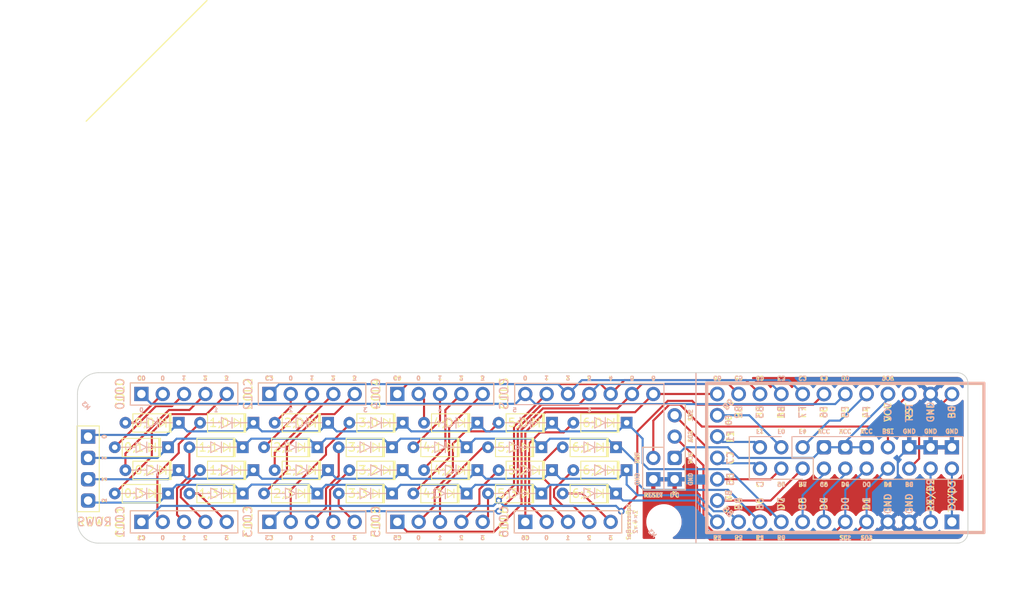
<source format=kicad_pcb>
(kicad_pcb (version 20211014) (generator pcbnew)
  (layers (0 "F.Cu" signal) (31 "B.Cu" signal) (34 "B.Paste" user) (35 "F.Paste" user) (36 "B.SilkS" user "B.Silkscreen") (37 "F.SilkS" user "F.Silkscreen") (38 "B.Mask" user) (39 "F.Mask" user) (44 "Edge.Cuts" user))
  (net 0 "")
  (net 1 "/r0")
  (net 2 "Net-(0;0-Pad2)")
  (net 3 "/r1")
  (net 4 "Net-(0;1-Pad2)")
  (net 5 "Net-(0;2-Pad2)")
  (net 6 "Net-(0;3-Pad2)")
  (net 7 "Net-(1;0-Pad2)")
  (net 8 "Net-(1;1-Pad2)")
  (net 9 "Net-(1;2-Pad2)")
  (net 10 "/r2")
  (net 11 "Net-(1;3-Pad2)")
  (net 12 "Net-(2;0-Pad2)")
  (net 13 "Net-(2;1-Pad2)")
  (net 14 "Net-(2;2-Pad2)")
  (net 15 "Net-(2;3-Pad2)")
  (net 16 "Net-(3;0-Pad2)")
  (net 17 "/r3")
  (net 18 "Net-(3;1-Pad2)")
  (net 19 "Net-(3;2-Pad2)")
  (net 20 "Net-(3;3-Pad2)")
  (net 21 "/c0")
  (net 22 "/c1")
  (net 23 "/c2")
  (net 24 "/c3")
  (net 25 "/c4")
  (net 26 "Net-(4;0-Pad2)")
  (net 27 "Net-(4;1-Pad2)")
  (net 28 "Net-(4;2-Pad2)")
  (net 29 "Net-(4;3-Pad2)")
  (net 30 "/c5")
  (net 31 "Net-(5;0-Pad2)")
  (net 32 "Net-(5;1-Pad2)")
  (net 33 "Net-(5;2-Pad2)")
  (net 34 "Net-(5;3-Pad2)")
  (net 35 "/c6")
  (net 36 "Net-(6;0-Pad2)")
  (net 37 "Net-(6;1-Pad2)")
  (net 38 "Net-(6;2-Pad2)")
  (net 39 "Net-(6;3-Pad2)")
  (net 40 "/gnd")
  (net 41 "/pd3")
  (net 42 "/pb0")
  (net 43 "/rst")
  (net 44 "/vcc")
  (net 45 "/pf4")
  (net 46 "/pd4")
  (net 47 "/pc6")
  (net 48 "/sda")
  (net 49 "/pd2")
  (net 50 "/scl")
  (net 51 "/pb7")
  (net 52 "/pd5")
  (net 53 "/pc7")
  (net 54 "/pf1")
  (net 55 "/pf0")
  (footprint "Library:PinHeader_Col_1x05_P2.54mm_Vertical" (layer "F.Cu") (at 81.28 76.2 90)
    (fp_text reference "COL6")
    (fp_text value "COL6" hide)
  )
  (footprint "Library:Diode" (layer "F.Cu") (at 92.075 72.813285 -90)
    (fp_text reference "6;3")
    (fp_text value "D")
  )
  (footprint "Library:Diode" (layer "F.Cu") (at 48.895 64.389 -90)
    (fp_text reference "1;0")
    (fp_text value "D")
  )
  (footprint "Library:Diode" (layer "F.Cu") (at 84.455 70.036228 -90)
    (fp_text reference "5;2")
    (fp_text value "D")
  )
  (footprint "Library:PinHeader_Col_1x05_P2.54mm_Vertical" (layer "F.Cu") (at 35.56 76.2 90)
    (fp_text reference "COL1")
    (fp_text value "COL1" hide)
  )
  (footprint "Library:Diode" (layer "F.Cu") (at 47.625 67.31 -90)
    (fp_text reference "1;1")
    (fp_text value "D")
  )
  (footprint "Library:Diode" (layer "F.Cu") (at 83.185 67.31 -90)
    (fp_text reference "5;1")
    (fp_text value "D")
  )
  (footprint "Library:Diode" (layer "F.Cu") (at 57.785 70.036228 -90)
    (fp_text reference "2;2")
    (fp_text value "D")
  )
  (footprint "Library:PinHeader_Col_1x05_P2.54mm_Vertical" (layer "F.Cu") (at 50.8 60.96 90)
    (fp_text reference "COL2")
    (fp_text value "COL2" hide)
  )
  (footprint "Library:Diode" (layer "F.Cu") (at 92.075 67.31 -90)
    (fp_text reference "6;1")
    (fp_text value "D")
  )
  (footprint "Library:PinSocket_2x10_P2.54mm_Bespoke" (layer "F.Cu") (at 132.08 69.85 -90)
    (fp_text reference "J2" hide)
    (fp_text value "Conn_02x08_Counter_Clockwise" hide)
  )
  (footprint "Library:Diode" (layer "F.Cu") (at 57.785 64.389 -90)
    (fp_text reference "2;0")
    (fp_text value "D")
  )
  (footprint "Library:Diode" (layer "F.Cu") (at 47.625 72.813285 -90)
    (fp_text reference "1;3")
    (fp_text value "D")
  )
  (footprint "Library:Diode" (layer "F.Cu") (at 38.735 67.31 -90)
    (fp_text reference "0;1")
    (fp_text value "D")
  )
  (footprint "Library:Diode" (layer "F.Cu") (at 48.895 70.036228 -90)
    (fp_text reference "1;2")
    (fp_text value "D")
  )
  (footprint "Library:PinHeader_Col_1x05_P2.54mm_Vertical" (layer "F.Cu") (at 66.04 76.2 90)
    (fp_text reference "COL5")
    (fp_text value "COL5" hide)
  )
  (footprint "Library:Diode" (layer "F.Cu") (at 56.515 67.31 -90)
    (fp_text reference "2;1")
    (fp_text value "D")
  )
  (footprint "Library:Diode" (layer "F.Cu") (at 93.345 70.036228 -90)
    (fp_text reference "6;2")
    (fp_text value "D")
  )
  (footprint "Library:Diode" (layer "F.Cu") (at 74.295 67.31 -90)
    (fp_text reference "4;1")
    (fp_text value "D")
  )
  (footprint "Library:Diode" (layer "F.Cu") (at 75.565 70.036228 -90)
    (fp_text reference "4;2")
    (fp_text value "D")
  )
  (footprint "Library:Diode" (layer "F.Cu") (at 65.405 72.813285 -90)
    (fp_text reference "3;3")
    (fp_text value "D")
  )
  (footprint "Library:Diode" (layer "F.Cu") (at 38.735 72.813285 -90)
    (fp_text reference "0;3")
    (fp_text value "D")
  )
  (footprint "Library:Diode" (layer "F.Cu") (at 56.515 72.813285 -90)
    (fp_text reference "2;3")
    (fp_text value "D")
  )
  (footprint "Library:PinHeader_Col_1x05_P2.54mm_Vertical" (layer "F.Cu") (at 35.56 60.96 90)
    (fp_text reference "COL0")
    (fp_text value "COL0" hide)
  )
  (footprint "Library:Diode" (layer "F.Cu") (at 40.005 64.389 -90)
    (fp_text reference "0;0")
    (fp_text value "D")
  )
  (footprint "Library:Diode" (layer "F.Cu") (at 75.565 64.389 -90)
    (fp_text reference "4;0")
    (fp_text value "D")
  )
  (footprint "Library:PinHeader_Col_1x05_P2.54mm_Vertical" (layer "F.Cu") (at 50.8 76.2 90)
    (fp_text reference "COL3")
    (fp_text value "COL3" hide)
  )
  (footprint "MountingHole:MountingHole_3.2mm_M3_DIN965" (layer "F.Cu") (at 97.79 76.2)
    (fp_text reference "H2" hide)
    (fp_text value "MountingHole")
  )
  (footprint "Library:Diode" (layer "F.Cu") (at 74.295 72.813285 -90)
    (fp_text reference "4;3")
    (fp_text value "D")
  )
  (footprint "Library:Diode" (layer "F.Cu") (at 40.005 70.036228 -90)
    (fp_text reference "0;2")
    (fp_text value "D")
  )
  (footprint "MountingHole:MountingHole_3.2mm_M3_DIN965" (layer "F.Cu") (at 30.48 60.96)
    (fp_text reference "H4" hide)
    (fp_text value "MountingHole" hide)
  )
  (footprint "Library:PinHeader_RST_1x02_P2.54mm_Vertical" (layer "F.Cu") (at 96.52 71.12 180)
    (fp_text reference "J1" hide)
    (fp_text value "RESET")
  )
  (footprint "Library:PinHeader_COLS_1x07_P2.54mm_Vertical" (layer "F.Cu") (at 81.28 60.96 90)
    (fp_text reference "COLUMNS1" hide)
    (fp_text value "PINSOCKET" hide)
  )
  (footprint "Library:Diode" (layer "F.Cu") (at 84.455 64.389 -90)
    (fp_text reference "5;0")
    (fp_text value "D")
  )
  (footprint "Library:Diode" (layer "F.Cu") (at 93.345 64.389 -90)
    (fp_text reference "6;0")
    (fp_text value "D")
  )
  (footprint "Library:Diode" (layer "F.Cu") (at 66.675 64.389 -90)
    (fp_text reference "3;0")
    (fp_text value "D")
  )
  (footprint "Library:Diode" (layer "F.Cu") (at 65.405 67.31 -90)
    (fp_text reference "3;1")
    (fp_text value "D")
  )
  (footprint "Library:PinHeader_Col_1x05_P2.54mm_Vertical" (layer "F.Cu") (at 66.04 60.96 90)
    (fp_text reference "COL4")
    (fp_text value "COL4" hide)
  )
  (footprint "Library:Diode" (layer "F.Cu") (at 66.675 70.036228 -90)
    (fp_text reference "3;2")
    (fp_text value "D")
  )
  (footprint "Library:PinSocket_1x04_P2.54mm_Vertical_LongPads" (layer "F.Cu") (at 29.21 66.04)
    (fp_text reference "ROWS2" hide)
    (fp_text value "PINSOCKET" hide)
  )
  (footprint "Library:Diode" (layer "F.Cu") (at 83.185 72.813285 -90)
    (fp_text reference "5;3")
    (fp_text value "D")
  )
  (footprint "3dmodels:Elite-C" (layer "B.Cu") (at 118.11 68.58 180)
    (fp_text reference "U1" hide)
    (fp_text value "Elite-C" hide)
  )
  (footprint "Library:PinHeader_I2C_1x04_P2.54mm_Vertical" (layer "B.Cu") (at 99.06 71.12)
    (fp_text reference "J3" hide)
    (fp_text value "I2C" hide)
  )
  (gr_line (start 101.6 58.42) (end 101.6 78.74) (layer "B.SilkS") (width 0.15))
  (gr_line (start 28.989248 28.444184) (end 43.357658 14.075774) (layer "F.SilkS") (width 0.15))
  (gr_line (start 133.985 77.47) (end 133.985 59.69) (layer "Edge.Cuts") (width 0.1))
  (gr_line (start 30.48 78.74) (end 132.715 78.74) (layer "Edge.Cuts") (width 0.1))
  (gr_line (start 132.715 58.42) (end 30.48 58.42) (layer "Edge.Cuts") (width 0.1))
  (gr_line (start 27.94 60.96) (end 27.94 76.2) (layer "Edge.Cuts") (width 0.1))
  (gr_arc (start 133.985 77.47) (mid 133.613026 78.368026) (end 132.715 78.74) (layer "Edge.Cuts") (width 0.1))
  (gr_arc (start 132.715 58.42) (mid 133.613026 58.791974) (end 133.985 59.69) (layer "Edge.Cuts") (width 0.1))
  (gr_arc (start 30.48 78.74) (mid 28.683949 77.996051) (end 27.94 76.2) (layer "Edge.Cuts") (width 0.1))
  (gr_arc (start 27.94 60.96) (mid 28.683949 59.163949) (end 30.48 58.42) (layer "Edge.Cuts") (width 0.1))
  (gr_text "RST" (at 94.615 68.58 90) (layer "B.SilkS") (effects (font (size 0.5 0.5) (thickness 0.125)) (justify mirror)))
  (gr_text "1" (at 55.870433 59.035106 -180) (layer "B.SilkS") (effects (font (size 0.5 0.5) (thickness 0.125)) (justify mirror)))
  (gr_text "2" (at 43.160314 59.035106 -180) (layer "B.SilkS") (effects (font (size 0.5 0.5) (thickness 0.125)) (justify mirror)))
  (gr_text "C3" (at 111.76 59.055 180) (layer "B.SilkS") (effects (font (size 0.5 0.5) (thickness 0.125)) (justify mirror)))
  (gr_text "C6" (at 81.28 78.105) (layer "B.SilkS") (effects (font (size 0.5 0.5) (thickness 0.125)) (justify mirror)))
  (gr_text "COL1" (at 33.02 76.2 90) (layer "B.SilkS") (effects (font (size 1 1)) (justify mirror)))
  (gr_text "C2" (at 50.765549 59.035106 -180) (layer "B.SilkS") (effects (font (size 0.5 0.5) (thickness 0.125)) (justify mirror)))
  (gr_text "C5" (at 106.68 59.055 180) (layer "B.SilkS") (effects (font (size 0.5 0.5) (thickness 0.125)) (justify mirror)))
  (gr_text "C1" (at 116.84 59.064386 180) (layer "B.SilkS") (effects (font (size 0.5 0.5) (thickness 0.125)) (justify mirror)))
  (gr_text "GND" (at 100.965 71.12 90) (layer "B.SilkS") (effects (font (size 0.5 0.5) (thickness 0.125)) (justify mirror)))
  (gr_text "2" (at 88.866103 78.100286) (layer "B.SilkS") (effects (font (size 0.5 0.5) (thickness 0.125)) (justify mirror)))
  (gr_text "VCC" (at 100.965 68.58 90) (layer "B.SilkS") (effects (font (size 0.5 0.5) (thickness 0.125)) (justify mirror)))
  (gr_text "SDA" (at 100.965 66.04 90) (layer "B.SilkS") (effects (font (size 0.5 0.5) (thickness 0.125)) (justify mirror)))
  (gr_text "4" (at 71.12 62.865) (layer "B.SilkS") (effects (font (size 0.5 0.5) (thickness 0.125)) (justify mirror)))
  (gr_text "COL3" (at 48.211529 76.179532 90) (layer "B.SilkS") (effects (font (size 1 1)) (justify mirror)))
  (gr_text "1" (at 86.331025 78.100286) (layer "B.SilkS") (effects (font (size 0.5 0.5) (thickness 0.125)) (justify mirror)))
  (gr_text "0" (at 35.56 62.865) (layer "B.SilkS") (effects (font (size 0.5 0.5) (thickness 0.125)) (justify mirror)))
  (gr_text "1" (at 71.115632 78.100286) (layer "B.SilkS") (effects (font (size 0.5 0.5) (thickness 0.125)) (justify mirror)))
  (gr_text "GND" (at 129.54 65.405 180) (layer "B.SilkS") (effects (font (size 0.5 0.5) (thickness 0.125)) (justify mirror)))
  (gr_text "0" (at 31.095106 66.049843 -90) (layer "B.SilkS") (effects (font (size 0.5 0.5) (thickness 0.125)) (justify mirror)))
  (gr_text "1" (at 40.625235 78.100286) (layer "B.SilkS") (effects (font (size 0.5 0.5) (thickness 0.125)) (justify mirror)))
  (gr_text "2" (at 86.355909 59.035106 -180) (layer "B.SilkS") (effects (font (size 0.5 0.5) (thickness 0.125)) (justify mirror)))
  (gr_text "2" (at 58.405512 59.035106 -180) (layer "B.SilkS") (effects (font (size 0.5 0.5) (thickness 0.125)) (justify mirror)))
  (gr_text "D5" (at 111.76 71.755) (layer "B.SilkS") (effects (font (size 0.5 0.5) (thickness 0.125)) (justify mirror)))
  (gr_text "3" (at 31.095106 73.66 -90) (layer "B.SilkS") (effects (font (size 0.5 0.5) (thickness 0.125)) (justify mirror)))
  (gr_text "C0" (at 35.555078 59.035106 -180) (layer "B.SilkS") (effects (font (size 0.5 0.5) (thickness 0.125)) (justify mirror)))
  (gr_text "0" (at 81.251025 59.035106 -180) (layer "B.SilkS") (effects (font (size 0.5 0.5) (thickness 0.125)) (justify mirror)))
  (gr_text "COL4" (at 63.463672 60.927388 90) (layer "B.SilkS") (effects (font (size 1 1)) (justify mirror)))
  (gr_text "C1" (at 35.56 78.105) (layer "B.SilkS") (effects (font (size 0.5 0.5) (thickness 0.125)) (justify mirror)))
  (gr_text "C6" (at 116.84 71.755) (layer "B.SilkS") (effects (font (size 0.5 0.5) (thickness 0.125)) (justify mirror)))
  (gr_text "C4" (at 66.010748 59.035106 -180) (layer "B.SilkS") (effects (font (size 0.5 0.5) (thickness 0.125)) (justify mirror)))
  (gr_text "0" (at 83.785826 78.100286) (layer "B.SilkS") (effects (font (size 0.5 0.5) (thickness 0.125)) (justify mirror)))
  (gr_text "F4" (at 114.3 65.405 180) (layer "B.SilkS") (effects (font (size 0.5 0.5) (thickness 0.125)) (justify mirror)))
  (gr_text "3" (at 62.23 62.865) (layer "B.SilkS") (effects (font (size 0.5 0.5) (thickness 0.125)) (justify mirror)))
  (gr_text "2" (at 58.405512 78.100286) (layer "B.SilkS") (effects (font (size 0.5 0.5) (thickness 0.125)) (justify mirror)))
  (gr_text "COL0" (at 33.006043 60.959999 90) (layer "B.SilkS") (effects (font (size 1 1)) (justify mirror)))
  (gr_text "COLS" (at 78.74 60.96 90) (layer "B.SilkS") (effects (font (size 1 1)) (justify mirror)))
  (gr_text "3" (at 91.435909 78.100286) (layer "B.SilkS") (effects (font (size 0.5 0.5) (thickness 0.125)) (justify mirror)))
  (gr_text "R3" (at 104.14 78.105) (layer "B.SilkS") (effects (font (size 0.5 0.5) (thickness 0.125)) (justify mirror)))
  (gr_text "1" (at 40.625235 59.035106 -180) (layer "B.SilkS") (effects (font (size 0.5 0.5) (thickness 0.125)) (justify mirror)))
  (gr_text "5" (at 80.01 62.865) (layer "B.SilkS") (effects (font (size 0.5 0.5) (thickness 0.125)) (justify mirror)))
  (gr_text "C3" (at 50.765549 78.100286) (layer "B.SilkS") (effects (font (size 0.5 0.5) (thickness 0.125)) (justify mirror)))
  (gr_text "3" (at 88.890987 59.035106 -180) (layer "B.SilkS") (effects (font (size 0.5 0.5) (thickness 0.125)) (justify mirror)))
  (gr_text "0" (at 38.090157 59.035106 -180) (layer "B.SilkS") (effects (font (size 0.5 0.5) (thickness 0.125)) (justify mirror)))
  (gr_text "B0" (at 127 71.755) (layer "B.SilkS") (effects (font (size 0.5 0.5) (thickness 0.125)) (justify mirror)))
  (gr_text "GND" (at 132.08 65.405 180) (layer "B.SilkS") (effects (font (size 0.5 0.5) (thickness 0.125)) (justify mirror)))
  (gr_text "2" (at 31.115 71.12 -90) (layer "B.SilkS") (effects (font (size 0.5 0.5) (thickness 0.125)) (justify mirror)))
  (gr_text "6" (at 88.9 62.865) (layer "B.SilkS") (effects (font (size 0.5 0.5) (thickness 0.125)) (justify mirror)))
  (gr_text "3" (at 45.695392 59.035106 -180) (layer "B.SilkS") (effects (font (size 0.5 0.5) (thickness 0.125)) (justify mirror)))
  (gr_text "3" (at 45.695392 78.100286) (layer "B.SilkS") (effects (font (size 0.5 0.5) (thickness 0.125)) (justify mirror)))
  (gr_text "M3" (at 28.956 62.357 315) (layer "B.SilkS") (effects (font (size 0.5 0.5) (thickness 0.125)) (justify mirror)))
  (gr_text "F1" (at 109.22 65.405 180) (layer "B.SilkS") (effects (font (size 0.5 0.5) (thickness 0.125)) (justify mirror)))
  (gr_text "0" (at 53.335355 59.035106 -180) (layer "B.SilkS") (effects (font (size 0.5 0.5) (thickness 0.125)) (justify mirror)))
  (gr_text "2" (at 73.65071 78.100286) (layer "B.SilkS") (effects (font (size 0.5 0.5) (thickness 0.125)) (justify mirror)))
  (gr_text "1" (at 71.115632 59.035106 -180) (layer "B.SilkS") (effects (font (size 0.5 0.5) (thickness 0.125)) (justify mirror)))
  (gr_text "F0" (at 111.76 65.405 180) (layer "B.SilkS") (effects (font (size 0.5 0.5) (thickness 0.125)) (justify mirror)))
  (gr_text "2" (at 53.34 62.865) (layer "B.SilkS") (effects (font (size 0.5 0.5) (thickness 0.125)) (justify mirror)))
  (gr_text "D0" (at 121.92 71.755) (layer "B.SilkS") (effects (font (size 0.5 0.5) (thickness 0.125)) (justify mirror)))
  (gr_text "SqueezeBar\n7×4 v2\n" (at 93.98 76.2 90) (layer "B.SilkS") (effects (font (size 0.5 0.5) (thickness 0.1)) (justify mirror)))
  (gr_text "COL2" (at 48.26 60.96 90) (layer "B.SilkS") (effects (font (size 1 1)) (justify mirror)))
  (gr_text "3" (at 60.940591 59.035106 -180) (layer "B.SilkS") (effects (font (size 0.5 0.5) (thickness 0.125)) (justify mirror)))
  (gr_text "0" (at 68.545826 78.100286) (layer "B.SilkS") (effects (font (size 0.5 0.5) (thickness 0.125)) (justify mirror)))
  (gr_text "GND" (at 127 65.395614 180) (layer "B.SilkS") (effects (font (size 0.5 0.5) (thickness 0.125)) (justify mirror)))
  (gr_text "VCC" (at 124.46 59.055 180) (layer "B.SilkS") (effects (font (size 0.5 0.5) (thickness 0.125)) (justify mirror)))
  (gr_text "3" (at 60.940591 78.100286) (layer "B.SilkS") (effects (font (size 0.5 0.5) (thickness 0.125)) (justify mirror)))
  (gr_text "VCC" (at 121.92 65.405 180) (layer "B.SilkS") (effects (font (size 0.5 0.5) (thickness 0.125)) (justify mirror)))
  (gr_text "COL6" (at 78.74 76.2 90) (layer "B.SilkS") (effects (font (size 1 1)) (justify mirror)))
  (gr_text "C6" (at 104.14 59.055 180) (layer "B.SilkS") (effects (font (size 0.5 0.5) (thickness 0.125)) (justify mirror)))
  (gr_text "1" (at 44.45 62.865) (layer "B.SilkS") (effects (font (size 0.5 0.5) (thickness 0.125)) (justify mirror)))
  (gr_text "M3" (at 96.393 77.597 315) (layer "B.SilkS") (effects (font (size 0.5 0.5) (thickness 0.125)) (justify mirror)))
  (gr_text "3" (at 76.185789 78.100286) (layer "B.SilkS") (effects (font (size 0.5 0.5) (thickness 0.125)) (justify mirror)))
  (gr_text "1" (at 83.796103 59.035106 -180) (layer "B.SilkS") (effects (font (size 0.5 0.5) (thickness 0.125)) (justify mirror)))
  (gr_text "0" (at 38.090157 78.100286) (layer "B.SilkS") (effects (font (size 0.5 0.5) (thickness 0.125)) (justify mirror)))
  (gr_text "2" (at 43.160314 78.100286) (layer "B.SilkS") (effects (font (size 0.5 0.5) (thickness 0.125)) (justify mirror)))
  (gr_text "R0" (at 111.76 78.105) (layer "B.SilkS") (effects (font (size 0.5 0.5) (thickness 0.125)) (justify mirror)))
  (gr_text "C2" (at 114.3 59.055 180) (layer "B.SilkS") (effects (font (size 0.5 0.5) (thickness 0.125)) (justify mirror)))
  (gr_text "5" (at 93.993934 59.059714 180) (layer "B.SilkS") (effects (font (size 0.5 0.5) (thickness 0.125)) (justify mirror)))
  (gr_text "SCL" (at 119.38 78.114386) (layer "B.SilkS") (effects (font (size 0.5 0.5) (thickness 0.125)) (justify mirror)))
  (gr_text "6" (at 96.538856 59.059714 180) (layer "B.SilkS") (effects (font (size 0.5 0.5) (thickness 0.125)) (justify mirror)))
  (gr_text "1" (at 55.870433 78.100286) (layer "B.SilkS") (effects (font (size 0.5 0.5) (thickness 0.125)) (justify mirror)))
  (gr_text "B7\n" (at 114.3 71.73989) (layer "B.SilkS") (effects (font (size 0.5 0.5) (thickness 0.125)) (justify mirror)))
  (gr_text "R1" (at 109.22 78.105) (layer "B.SilkS") (effects (font (size 0.5 0.5) (thickness 0.125)) (justify mirror)))
  (gr_text "0" (at 53.34 78.105) (layer "B.SilkS") (effects (font (size 0.5 0.5) (thickness 0.125)) (justify mirror)))
  (gr_text "C7" (at 109.22 71.755) (layer "B.SilkS") (effects (font (size 0.5 0.5) (thickness 0.125)) (justify mirror)))
  (gr_text "1" (at 31.115 68.58 -90) (layer "B.SilkS") (effects (font (size 0.5 0.5) (thickness 0.125)) (justify mirror)))
  (gr_text "VCC" (at 116.84 65.405 180) (layer "B.SilkS") (effects (font (size 0.5 0.5) (thickness 0.125)) (justify mirror)))
  (gr_text "SDA" (at 121.92 78.095614) (layer "B.SilkS") (effects (font (size 0.5 0.5) (thickness 0.125)) (justify mirror)))
  (gr_text "R2" (at 106.68 78.105) (layer "B.SilkS") (effects (font (size 0.5 0.5) (thickness 0.125)) (justify mirror)))
  (gr_text "RST" (at 124.46 65.405 180) (layer "B.SilkS") (effects (font (size 0.5 0.5) (thickness 0.125)) (justify mirror)))
  (gr_text "RESET" (at 96.52 73.015614) (layer "B.SilkS") (effects (font (size 0.5 0.5) (thickness 0.125)) (justify mirror)))
  (gr_text "4" (at 91.449013 59.059714 180) (layer "B.SilkS") (effects (font (size 0.5 0.5) (thickness 0.125)) (justify mirror)))
  (gr_text "D1" (at 124.46 71.755) (layer "B.SilkS") (effects (font (size 0.5 0.5) (thickness 0.125)) (justify mirror)))
  (gr_text "COL5" (at 63.463672 76.179532 90) (layer "B.SilkS") (effects (font (size 1 1)) (justify mirror)))
  (gr_text "3" (at 76.185789 59.035106 -180) (layer "B.SilkS") (effects (font (size 0.5 0.5) (thickness 0.125)) (justify mirror)))
  (gr_text "2" (at 73.65071 59.035106 -180) (layer "B.SilkS") (effects (font (size 0.5 0.5) (thickness 0.125)) (justify mirror)))
  (gr_text "I²C" (at 99.06 73.025) (layer "B.SilkS") (effects (font (size 0.5 0.5) (thickness 0.125)) (justify mirror)))
  (gr_text "SCL" (at 100.965 63.5 90) (layer "B.SilkS") (effects (font (size 0.5 0.5) (thickness 0.125)) (justify mirror)))
  (gr_text "D4" (at 119.38 71.755) (layer "B.SilkS") (effects (font (size 0.5 0.5) (thickness 0.125)) (justify mirror)))
  (gr_text "VCC" (at 119.38 65.405 180) (layer "B.SilkS") (effects (font (size 0.5 0.5) (thickness 0.125)) (justify mirror)))
  (gr_text "0" (at 68.545826 59.035106 -180) (layer "B.SilkS") (effects (font (size 0.5 0.5) (thickness 0.125)) (justify mirror)))
  (gr_text "C0" (at 119.38 59.055 180) (layer "B.SilkS") (effects (font (size 0.5 0.5) (thickness 0.125)) (justify mirror)))
  (gr_text "C4" (at 109.22 59.064386 180) (layer "B.SilkS") (effects (font (size 0.5 0.5) (thickness 0.125)) (justify mirror)))
  (gr_text "ROWS" (at 29.972 76.2) (layer "B.SilkS") (effects (font (size 1 1)) (justify mirror)))
  (gr_text "GND" (at 94.615 71.12 90) (layer "B.SilkS") (effects (font (size 0.5 0.5) (thickness 0.125)) (justify mirror)))
  (gr_text "C5" (at 66.04 78.105) (layer "B.SilkS") (effects (font (size 0.5 0.5) (thickness 0.125)) (justify mirror)))
  (gr_text "C0" (at 35.56 59.055 180) (layer "F.SilkS") (effects (font (size 0.5 0.5) (thickness 0.125))))
  (gr_text "2" (at 43.18 59.055 180) (layer "F.SilkS") (effects (font (size 0.5 0.5) (thickness 0.125))))
  (gr_text "2" (at 43.18 78.105) (layer "F.SilkS") (effects (font (size 0.5 0.5) (thickness 0.125))))
  (gr_text "D5" (at 111.76 71.755) (layer "F.SilkS") (effects (font (size 0.5 0.5) (thickness 0.125))))
  (gr_text "1" (at 31.134894 68.575235 270) (layer "F.SilkS") (effects (font (size 0.5 0.5) (thickness 0.125))))
  (gr_text "C7" (at 109.22 71.755) (layer "F.SilkS") (effects (font (size 0.5 0.5) (thickness 0.125))))
  (gr_text "R1" (at 109.22 78.105) (layer "F.SilkS") (effects (font (size 0.5 0.5) (thickness 0.125))))
  (gr_text "0" (at 53.34 78.105) (layer "F.SilkS") (effects (font (size 0.5 0.5) (thickness 0.125))))
  (gr_text "1" (at 71.12 78.105) (layer "F.SilkS") (effects (font (size 0.5 0.5) (thickness 0.125))))
  (gr_text "C3" (at 111.76 59.055 180) (layer "F.SilkS") (effects (font (size 0.5 0.5) (thickness 0.125))))
  (gr_text "0" (at 68.58 78.105) (layer "F.SilkS") (effects (font (size 0.5 0.5) (thickness 0.125))))
  (gr_text "C3" (at 50.8 78.105) (layer "F.SilkS") (effects (font (size 0.5 0.5) (thickness 0.125))))
  (gr_text "2" (at 31.134894 71.100314 270) (layer "F.SilkS") (effects (font (size 0.5 0.5) (thickness 0.125))))
  (gr_text "F1" (at 109.22 65.405) (layer "F.SilkS") (effects (font (size 0.5 0.5) (thickness 0.125))))
  (gr_text "ROWS" (at 29.972 76.200001) (layer "F.SilkS") (effects (font (size 1 1))))
  (gr_text "3" (at 45.72 59.055 180) (layer "F.SilkS") (effects (font (size 0.5 0.5) (thickness 0.125))))
  (gr_text "B7\n" (at 114.3 71.755) (layer "F.SilkS") (effects (font (size 0.5 0.5) (thickness 0.125))))
  (gr_text "4" (at 91.44 59.055 180) (layer "F.SilkS") (effects (font (size 0.5 0.5) (thickness 0.125))))
  (gr_text "SCL" (at 100.965 63.5 90) (layer "F.SilkS") (effects (font (size 0.5 0.5) (thickness 0.125))))
  (gr_text "C0" (at 119.38 59.045614 180) (layer "F.SilkS") (effects (font (size 0.5 0.5) (thickness 0.125))))
  (gr_text "C6" (at 116.84 71.755) (layer "F.SilkS") (effects (font (size 0.5 0.5) (thickness 0.125))))
  (gr_text "2" (at 58.42 59.055 180) (layer "F.SilkS") (effects (font (size 0.5 0.5) (thickness 0.125))))
  (gr_text "3" (at 45.72 78.105) (layer "F.SilkS") (effects (font (size 0.5 0.5) (thickness 0.125))))
  (gr_text "GND" (at 129.54 65.405) (layer "F.SilkS") (effects (font (size 0.5 0.5) (thickness 0.125))))
  (gr_text "B0" (at 127 71.755) (layer "F.SilkS") (effects (font (size 0.5 0.5) (thickness 0.125))))
  (gr_text "0" (at 38.1 59.055 180) (layer "F.SilkS") (effects (font (size 0.5 0.5) (thickness 0.125))))
  (gr_text "D1" (at 124.46 71.755) (layer "F.SilkS") (effects (font (size 0.5 0.5) (thickness 0.125))))
  (gr_text "2" (at 73.66 59.055 180) (layer "F.SilkS") (effects (font (size 0.5 0.5) (thickness 0.125))))
  (gr_text "GND" (at 127 65.405) (layer "F.SilkS") (effects (font (size 0.5 0.5) (thickness 0.125))))
  (gr_text "6" (at 96.52 59.055 180) (layer "F.SilkS") (effects (font (size 0.5 0.5) (thickness 0.125))))
  (gr_text "VCC" (at 124.46 59.055 180) (layer "F.SilkS") (effects (font (size 0.5 0.5) (thickness 0.125))))
  (gr_text "0" (at 38.1 78.105) (layer "F.SilkS") (effects (font (size 0.5 0.5) (thickness 0.125))))
  (gr_text "3" (at 88.9 59.055 180) (layer "F.SilkS") (effects (font (size 0.5 0.5) (thickness 0.125))))
  (gr_text "GND" (at 100.965 71.12 90) (layer "F.SilkS") (effects (font (size 0.5 0.5) (thickness 0.125))))
  (gr_text "VCC" (at 116.84 65.405) (layer "F.SilkS") (effects (font (size 0.5 0.5) (thickness 0.125))))
  (gr_text "1" (at 40.64 78.105) (layer "F.SilkS") (effects (font (size 0.5 0.5) (thickness 0.125))))
  (gr_text "VCC" (at 119.38 65.405) (layer "F.SilkS") (effects (font (size 0.5 0.5) (thickness 0.125))))
  (gr_text "3" (at 60.96 59.055 180) (layer "F.SilkS") (effects (font (size 0.5 0.5) (thickness 0.125))))
  (gr_text "GND" (at 132.08 65.405) (layer "F.SilkS") (effects (font (size 0.5 0.5) (thickness 0.125))))
  (gr_text "C6" (at 81.28 78.105) (layer "F.SilkS") (effects (font (size 0.5 0.5) (thickness 0.125))))
  (gr_text "VCC" (at 121.92 65.405) (layer "F.SilkS") (effects (font (size 0.5 0.5) (thickness 0.125))))
  (gr_text "1" (at 71.11 59.055 180) (layer "F.SilkS") (effects (font (size 0.5 0.5) (thickness 0.125))))
  (gr_text "C1" (at 116.84 59.055 180) (layer "F.SilkS") (effects (font (size 0.5 0.5) (thickness 0.125))))
  (gr_text "1" (at 55.88 78.105) (layer "F.SilkS") (effects (font (size 0.5 0.5) (thickness 0.125))))
  (gr_text "C2" (at 50.8 59.055 180) (layer "F.SilkS") (effects (font (size 0.5 0.5) (thickness 0.125))))
  (gr_text "C6" (at 104.14 59.055 180) (layer "F.SilkS") (effects (font (size 0.5 0.5) (thickness 0.125))))
  (gr_text "RST" (at 94.615 68.58 90) (layer "F.SilkS") (effects (font (size 0.5 0.5) (thickness 0.125))))
  (gr_text "1" (at 86.36 78.105) (layer "F.SilkS") (effects (font (size 0.5 0.5) (thickness 0.125))))
  (gr_text "R0" (at 111.76 78.105) (layer "F.SilkS") (effects (font (size 0.5 0.5) (thickness 0.125))))
  (gr_text "RESET" (at 96.52 73.025) (layer "F.SilkS") (effects (font (size 0.5 0.5) (thickness 0.125))))
  (gr_text "GND" (at 94.615 71.12 90) (layer "F.SilkS") (effects (font (size 0.5 0.5) (thickness 0.125))))
  (gr_text "3" (at 60.96 78.105) (layer "F.SilkS") (effects (font (size 0.5 0.5) (thickness 0.125))))
  (gr_text "C5" (at 66.04 78.105) (layer "F.SilkS") (effects (font (size 0.5 0.5) (thickness 0.125))))
  (gr_text "C4" (at 66.04 59.055 180) (layer "F.SilkS") (effects (font (size 0.5 0.5) (thickness 0.125))))
  (gr_text "3" (at 76.2 78.105) (layer "F.SilkS") (effects (font (size 0.5 0.5) (thickness 0.125))))
  (gr_text "0" (at 31.115 66.04 270) (layer "F.SilkS") (effects (font (size 0.5 0.5) (thickness 0.125))))
  (gr_text "F4" (at 114.3 65.405) (layer "F.SilkS") (effects (font (size 0.5 0.5) (thickness 0.125))))
  (gr_text "1" (at 83.82 59.055 180) (layer "F.SilkS") (effects (font (size 0.5 0.5) (thickness 0.125))))
  (gr_text "F0" (at 111.76 65.405) (layer "F.SilkS") (effects (font (size 0.5 0.5) (thickness 0.125))))
  (gr_text "SCL" (at 119.38 78.105) (layer "F.SilkS") (effects (font (size 0.5 0.5) (thickness 0.125))))
  (gr_text "SDA" (at 121.92 78.105) (layer "F.SilkS") (effects (font (size 0.5 0.5) (thickness 0.125))))
  (gr_text "SqueezeBar\n7×4 v2\n" (at 93.98 76.2 90) (layer "F.SilkS") (effects (font (size 0.5 0.5) (thickness 0.1))))
  (gr_text "I²C" (at 99.06 73.034386) (layer "F.SilkS") (effects (font (size 0.5 0.5) (thickness 0.125))))
  (gr_text "2" (at 88.9 78.105) (layer "F.SilkS") (effects (font (size 0.5 0.5) (thickness 0.125))))
  (gr_text "3" (at 91.44 78.105) (layer "F.SilkS") (effects (font (size 0.5 0.5) (thickness 0.125))))
  (gr_text "C4" (at 109.22 59.055 180) (layer "F.SilkS") (effects (font (size 0.5 0.5) (thickness 0.125))))
  (gr_text "D4" (at 119.38 71.755) (layer "F.SilkS") (effects (font (size 0.5 0.5) (thickness 0.125))))
  (gr_text "0" (at 81.28 59.055 180) (layer "F.SilkS") (effects (font (size 0.5 0.5) (thickness 0.125))))
  (gr_text "2" (at 58.42 78.105) (layer "F.SilkS") (effects (font (size 0.5 0.5) (thickness 0.125))))
  (gr_text "RST" (at 124.46 65.405) (layer "F.SilkS") (effects (font (size 0.5 0.5) (thickness 0.125))))
  (gr_text "VCC" (at 100.965 68.58 90) (layer "F.SilkS") (effects (font (size 0.5 0.5) (thickness 0.125))))
  (gr_text "R2" (at 106.68 78.105) (layer "F.SilkS") (effects (font (size 0.5 0.5) (thickness 0.125))))
  (gr_text "2" (at 73.66 78.105) (layer "F.SilkS") (effects (font (size 0.5 0.5) (thickness 0.125))))
  (gr_text "R3" (at 104.14 78.105) (layer "F.SilkS") (effects (font (size 0.5 0.5) (thickness 0.125))))
  (gr_text "0" (at 53.34 59.055 180) (layer "F.SilkS") (effects (font (size 0.5 0.5) (thickness 0.125))))
  (gr_text "1" (at 40.63 59.055 180) (layer "F.SilkS") (effects (font (size 0.5 0.5) (thickness 0.125))))
  (gr_text "COLS" (at 78.74 60.892228 90) (layer "F.SilkS") (effects (font (size 1 1))))
  (gr_text "0" (at 68.58 59.055 180) (layer "F.SilkS") (effects (font (size 0.5 0.5) (thickness 0.125))))
  (gr_text "2" (at 86.36 59.055 180) (layer "F.SilkS") (effects (font (size 0.5 0.5) (thickness 0.125))))
  (gr_text "C1" (at 35.56 78.105) (layer "F.SilkS") (effects (font (size 0.5 0.5) (thickness 0.125))))
  (gr_text "C5" (at 106.67446 59.045614 180) (layer "F.SilkS") (effects (font (size 0.5 0.5) (thickness 0.125))))
  (gr_text "SDA" (at 100.965 66.04 90) (layer "F.SilkS") (effects (font (size 0.5 0.5) (thickness 0.125))))
  (gr_text "1" (at 55.87 59.055 180) (layer "F.SilkS") (effects (font (size 0.5 0.5) (thickness 0.125))))
  (gr_text "C2" (at 114.3 59.055 180) (layer "F.SilkS") (effects (font (size 0.5 0.5) (thickness 0.125))))
  (gr_text "3" (at 76.2 59.055 180) (layer "F.SilkS") (effects (font (size 0.5 0.5) (thickness 0.125))))
  (gr_text "D0" (at 121.92 71.755) (layer "F.SilkS") (effects (font (size 0.5 0.5) (thickness 0.125))))
  (gr_text "5" (at 93.98 59.055 180) (layer "F.SilkS") (effects (font (size 0.5 0.5) (thickness 0.125))))
  (gr_text "0" (at 83.82 78.105) (layer "F.SilkS") (effects (font (size 0.5 0.5) (thickness 0.125))))
  (gr_text "3" (at 31.115 73.635392 270) (layer "F.SilkS") (effects (font (size 0.5 0.5) (thickness 0.125))))
  (segment (start 95.954189 69.919189) (end 105.479189 69.919189) (width 0.25) (layer "B.Cu") (net 1))
  (segment (start 76.589511 65.413511) (end 75.565 64.389) (width 0.25) (layer "B.Cu") (net 1))
  (segment (start 57.785 64.389) (end 56.760489 65.413511) (width 0.25) (layer "B.Cu") (net 1))
  (segment (start 29.414031 65.835969) (end 38.558031 65.835969) (width 0.25) (layer "B.Cu") (net 1))
  (segment (start 41.029511 65.413511) (end 40.005 64.389) (width 0.25) (layer "B.Cu") (net 1))
  (segment (start 93.345 64.389) (end 92.320489 65.413511) (width 0.25) (layer "B.Cu") (net 1))
  (segment (start 58.809511 65.413511) (end 57.785 64.389) (width 0.25) (layer "B.Cu") (net 1))
  (segment (start 95.25 69.215) (end 95.954189 69.919189) (width 0.25) (layer "B.Cu") (net 1))
  (segment (start 84.455 64.389) (end 83.430489 65.413511) (width 0.25) (layer "B.Cu") (net 1))
  (segment (start 93.345 64.389) (end 95.25 66.294) (width 0.25) (layer "B.Cu") (net 1))
  (segment (start 66.675 64.389) (end 65.650489 65.413511) (width 0.25) (layer "B.Cu") (net 1))
  (segment (start 83.430489 65.413511) (end 76.589511 65.413511) (width 0.25) (layer "B.Cu") (net 1))
  (segment (start 38.558031 65.835969) (end 40.005 64.389) (width 0.25) (layer "B.Cu") (net 1))
  (segment (start 74.540489 65.413511) (end 67.699511 65.413511) (width 0.25) (layer "B.Cu") (net 1))
  (segment (start 75.565 64.389) (end 74.540489 65.413511) (width 0.25) (layer "B.Cu") (net 1))
  (segment (start 85.479511 65.413511) (end 84.455 64.389) (width 0.25) (layer "B.Cu") (net 1))
  (segment (start 48.895 64.389) (end 47.870489 65.413511) (width 0.25) (layer "B.Cu") (net 1))
  (segment (start 47.870489 65.413511) (end 41.029511 65.413511) (width 0.25) (layer "B.Cu") (net 1))
  (segment (start 105.479189 69.919189) (end 111.76 76.2) (width 0.25) (layer "B.Cu") (net 1))
  (segment (start 56.760489 65.413511) (end 49.919511 65.413511) (width 0.25) (layer "B.Cu") (net 1))
  (segment (start 95.25 66.294) (end 95.25 69.215) (width 0.25) (layer "B.Cu") (net 1))
  (segment (start 65.650489 65.413511) (end 58.809511 65.413511) (width 0.25) (layer "B.Cu") (net 1))
  (segment (start 92.320489 65.413511) (end 85.479511 65.413511) (width 0.25) (layer "B.Cu") (net 1))
  (segment (start 49.919511 65.413511) (end 48.895 64.389) (width 0.25) (layer "B.Cu") (net 1))
  (segment (start 67.699511 65.413511) (end 66.675 64.389) (width 0.25) (layer "B.Cu") (net 1))
  (segment (start 34.644949 64.389) (end 38.073949 60.96) (width 0.25) (layer "F.Cu") (net 2))
  (segment (start 33.655 64.389) (end 34.644949 64.389) (width 0.25) (layer "F.Cu") (net 2))
  (segment (start 38.735 67.31) (end 37.465 68.58) (width 0.25) (layer "B.Cu") (net 3))
  (segment (start 56.515 67.31) (end 57.539511 66.285489) (width 0.25) (layer "B.Cu") (net 3))
  (segment (start 57.539511 66.285489) (end 64.380489 66.285489) (width 0.25) (layer "B.Cu") (net 3))
  (segment (start 92.075 67.31) (end 92.667794 67.31) (width 0.25) (layer "B.Cu") (net 3))
  (segment (start 95.440978 72.39) (end 105.41 72.39) (width 0.25) (layer "B.Cu") (net 3))
  (segment (start 73.270489 66.285489) (end 74.295 67.31) (width 0.25) (layer "B.Cu") (net 3))
  (segment (start 92.667794 67.31) (end 94.615 69.257206) (width 0.25) (layer "B.Cu") (net 3))
  (segment (start 46.600489 66.285489) (end 47.625 67.31) (width 0.25) (layer "B.Cu") (net 3))
  (segment (start 55.490489 66.285489) (end 56.515 67.31) (width 0.25) (layer "B.Cu") (net 3))
  (segment (start 94.615 71.564022) (end 95.440978 72.39) (width 0.25) (layer "B.Cu") (net 3))
  (segment (start 94.615 69.257206) (end 94.615 71.564022) (width 0.25) (layer "B.Cu") (net 3))
  (segment (start 48.649511 66.285489) (end 55.490489 66.285489) (width 0.25) (layer "B.Cu") (net 3))
  (segment (start 37.465 68.58) (end 29.21 68.58) (width 0.25) (layer "B.Cu") (net 3))
  (segment (start 83.185 67.31) (end 84.209511 66.285489) (width 0.25) (layer "B.Cu") (net 3))
  (segment (start 84.209511 66.285489) (end 91.050489 66.285489) (width 0.25) (layer "B.Cu") (net 3))
  (segment (start 75.319511 66.285489) (end 82.160489 66.285489) (width 0.25) (layer "B.Cu") (net 3))
  (segment (start 38.735 67.31) (end 39.759511 66.285489) (width 0.25) (layer "B.Cu") (net 3))
  (segment (start 47.625 67.31) (end 48.649511 66.285489) (width 0.25) (layer "B.Cu") (net 3))
  (segment (start 91.050489 66.285489) (end 92.075 67.31) (width 0.25) (layer "B.Cu") (net 3))
  (segment (start 65.405 67.31) (end 66.429511 66.285489) (width 0.25) (layer "B.Cu") (net 3))
  (segment (start 105.41 72.39) (end 109.22 76.2) (width 0.25) (layer "B.Cu") (net 3))
  (segment (start 82.160489 66.285489) (end 83.185 67.31) (width 0.25) (layer "B.Cu") (net 3))
  (segment (start 39.759511 66.285489) (end 46.600489 66.285489) (width 0.25) (layer "B.Cu") (net 3))
  (segment (start 66.429511 66.285489) (end 73.270489 66.285489) (width 0.25) (layer "B.Cu") (net 3))
  (segment (start 74.295 67.31) (end 75.319511 66.285489) (width 0.25) (layer "B.Cu") (net 3))
  (segment (start 64.380489 66.285489) (end 65.405 67.31) (width 0.25) (layer "B.Cu") (net 3))
  (segment (start 37.27952 62.41548) (end 39.18452 62.41548) (width 0.25) (layer "F.Cu") (net 4))
  (segment (start 39.18452 62.41548) (end 40.64 60.96) (width 0.25) (layer "F.Cu") (net 4))
  (segment (start 32.385 67.31) (end 37.27952 62.41548) (width 0.25) (layer "F.Cu") (net 4))
  (segment (start 41.275 62.865) (end 43.18 60.96) (width 0.25) (layer "F.Cu") (net 5))
  (segment (start 33.655 68.054261) (end 38.844261 62.865) (width 0.25) (layer "F.Cu") (net 5))
  (segment (start 33.655 70.036228) (end 33.655 68.054261) (width 0.25) (layer "F.Cu") (net 5))
  (segment (start 38.844261 62.865) (end 41.275 62.865) (width 0.25) (layer "F.Cu") (net 5))
  (segment (start 32.385 72.813285) (end 36.80048 68.397805) (width 0.25) (layer "F.Cu") (net 6))
  (segment (start 36.80048 68.397805) (end 36.80048 65.544498) (width 0.25) (layer "F.Cu") (net 6))
  (segment (start 43.315511 63.364489) (end 45.72 60.96) (width 0.25) (layer "F.Cu") (net 6))
  (segment (start 36.80048 65.544498) (end 38.980489 63.364489) (width 0.25) (layer "F.Cu") (net 6))
  (segment (start 38.980489 63.364489) (end 43.315511 63.364489) (width 0.25) (layer "F.Cu") (net 6))
  (segment (start 40.005 67.987206) (end 40.005 66.929) (width 0.25) (layer "F.Cu") (net 7))
  (segment (start 37.465 70.527206) (end 40.005 67.987206) (width 0.25) (layer "F.Cu") (net 7))
  (segment (start 37.465 75.565) (end 37.465 70.527206) (width 0.25) (layer "F.Cu") (net 7))
  (segment (start 40.005 66.929) (end 42.545 64.389) (width 0.25) (layer "F.Cu") (net 7))
  (segment (start 38.1 76.2) (end 37.465 75.565) (width 0.25) (layer "F.Cu") (net 7))
  (segment (start 41.275 67.31) (end 41.275 70.728689) (width 0.25) (layer "F.Cu") (net 8))
  (segment (start 39.800969 75.360969) (end 40.64 76.2) (width 0.25) (layer "F.Cu") (net 8))
  (segment (start 39.800969 72.202721) (end 39.800969 75.360969) (width 0.25) (layer "F.Cu") (net 8))
  (segment (start 41.275 70.728689) (end 39.800969 72.202721) (width 0.25) (layer "F.Cu") (net 8))
  (segment (start 40.250489 73.270489) (end 43.18 76.2) (width 0.25) (layer "F.Cu") (net 9))
  (segment (start 40.250489 72.388918) (end 40.250489 73.270489) (width 0.25) (layer "F.Cu") (net 9))
  (segment (start 42.545 70.485) (end 42.154407 70.485) (width 0.25) (layer "F.Cu") (net 9))
  (segment (start 42.154407 70.485) (end 40.250489 72.388918) (width 0.25) (layer "F.Cu") (net 9))
  (segment (start 47.870489 71.060739) (end 48.895 70.036228) (width 0.25) (layer "B.Cu") (net 10))
  (segment (start 76.589511 71.060739) (end 83.430489 71.060739) (width 0.25) (layer "B.Cu") (net 10))
  (segment (start 75.565 70.036228) (end 76.589511 71.060739) (width 0.25) (layer "B.Cu") (net 10))
  (segment (start 66.675 70.036228) (end 67.699511 71.060739) (width 0.25) (layer "B.Cu") (net 10))
  (segment (start 84.455 70.036228) (end 85.479511 71.060739) (width 0.25) (layer "B.Cu") (net 10))
  (segment (start 106.68 76.2) (end 105.41 74.93) (width 0.25) (layer "B.Cu") (net 10))
  (segment (start 40.005 70.036228) (end 41.029511 71.060739) (width 0.25) (layer "B.Cu") (net 10))
  (segment (start 93.345 71.755) (end 93.345 70.036228) (width 0.25) (layer "B.Cu") (net 10))
  (segment (start 83.430489 71.060739) (end 84.455 70.036228) (width 0.25) (layer "B.Cu") (net 10))
  (segment (start 105.41 74.93) (end 103.711796 74.93) (width 0.25) (layer "B.Cu") (net 10))
  (segment (start 94.615 73.025) (end 93.345 71.755) (width 0.25) (layer "B.Cu") (net 10))
  (segment (start 56.760489 71.060739) (end 57.785 70.036228) (width 0.25) (layer "B.Cu") (net 10))
  (segment (start 41.029511 71.060739) (end 47.870489 71.060739) (width 0.25) (layer "B.Cu") (net 10))
  (segment (start 101.806796 73.025) (end 94.615 73.025) (width 0.25) (layer "B.Cu") (net 10))
  (segment (start 74.540489 71.060739) (end 75.565 70.036228) (width 0.25) (layer "B.Cu") (net 10))
  (segment (start 39.818772 70.036228) (end 38.735 71.12) (width 0.25) (layer "B.Cu") (net 10))
  (segment (start 38.735 71.12) (end 29.21 71.12) (width 0.25) (layer "B.Cu") (net 10))
  (segment (start 48.895 70.036228) (end 49.919511 71.060739) (width 0.25) (layer "B.Cu") (net 10))
  (segment (start 57.785 70.036228) (end 58.809511 71.060739) (width 0.25) (layer "B.Cu") (net 10))
  (segment (start 67.699511 71.060739) (end 74.540489 71.060739) (width 0.25) (layer "B.Cu") (net 10))
  (segment (start 49.919511 71.060739) (end 56.760489 71.060739) (width 0.25) (layer "B.Cu") (net 10))
  (segment (start 58.809511 71.060739) (end 65.650489 71.060739) (width 0.25) (layer "B.Cu") (net 10))
  (segment (start 85.479511 71.060739) (end 92.320489 71.060739) (width 0.25) (layer "B.Cu") (net 10))
  (segment (start 103.711796 74.93) (end 101.806796 73.025) (width 0.25) (layer "B.Cu") (net 10))
  (segment (start 92.320489 71.060739) (end 93.345 70.036228) (width 0.25) (layer "B.Cu") (net 10))
  (segment (start 65.650489 71.060739) (end 66.675 70.036228) (width 0.25) (layer "B.Cu") (net 10))
  (segment (start 42.333285 72.813285) (end 45.72 76.2) (width 0.25) (layer "F.Cu") (net 11))
  (segment (start 41.275 72.813285) (end 42.333285 72.813285) (width 0.25) (layer "F.Cu") (net 11))
  (segment (start 53.34 62.484) (end 53.34 60.96) (width 0.25) (layer "F.Cu") (net 12))
  (segment (start 51.435 64.389) (end 53.34 62.484) (width 0.25) (layer "F.Cu") (net 12))
  (segment (start 50.165 67.31) (end 55.88 61.595) (width 0.25) (layer "F.Cu") (net 13))
  (segment (start 51.435 70.036228) (end 51.435 67.945) (width 0.25) (layer "F.Cu") (net 14))
  (segment (start 51.435 67.945) (end 58.42 60.96) (width 0.25) (layer "F.Cu") (net 14))
  (segment (start 52.89048 70.087805) (end 52.89048 67.234498) (width 0.25) (layer "F.Cu") (net 15))
  (segment (start 52.89048 67.234498) (end 56.760489 63.364489) (width 0.25) (layer "F.Cu") (net 15))
  (segment (start 58.555511 63.364489) (end 60.96 60.96) (width 0.25) (layer "F.Cu") (net 15))
  (segment (start 50.165 72.813285) (end 52.89048 70.087805) (width 0.25) (layer "F.Cu") (net 15))
  (segment (start 56.760489 63.364489) (end 58.555511 63.364489) (width 0.25) (layer "F.Cu") (net 15))
  (segment (start 57.539511 67.376611) (end 57.539511 68.190489) (width 0.25) (layer "F.Cu") (net 16))
  (segment (start 60.146122 64.77) (end 57.539511 67.376611) (width 0.25) (layer "F.Cu") (net 16))
  (segment (start 53.34 72.39) (end 53.34 76.2) (width 0.25) (layer "F.Cu") (net 16))
  (segment (start 57.539511 68.190489) (end 53.34 72.39) (width 0.25) (layer "F.Cu") (net 16))
  (segment (start 91.050489 71.788774) (end 92.075 72.813285) (width 0.25) (layer "B.Cu") (net 17))
  (segment (start 73.270489 71.788774) (end 74.295 72.813285) (width 0.25) (layer "B.Cu") (net 17))
  (segment (start 38.735 72.813285) (end 37.643878 73.904407) (width 0.25) (layer "B.Cu") (net 17))
  (segment (start 48.683285 71.755) (end 55.456715 71.755) (width 0.25) (layer "B.Cu") (net 17))
  (segment (start 82.160489 71.788774) (end 83.185 72.813285) (width 0.25) (layer "B.Cu") (net 17))
  (segment (start 39.759511 71.788774) (end 46.600489 71.788774) (width 0.25) (layer "B.Cu") (net 17))
  (segment (start 74.295 72.813285) (end 75.319511 71.788774) (width 0.25) (layer "B.Cu") (net 17))
  (segment (start 47.625 72.813285) (end 48.683285 71.755) (width 0.25) (layer "B.Cu") (net 17))
  (segment (start 92.075 72.813285) (end 92.921715 73.66) (width 0.25) (layer "B.Cu") (net 17))
  (segment (start 38.735 72.813285) (end 39.759511 71.788774) (width 0.25) (layer "B.Cu") (net 17))
  (segment (start 65.405 72.813285) (end 66.429511 71.788774) (width 0.25) (layer "B.Cu") (net 17))
  (segment (start 64.380489 71.788774) (end 65.405 72.813285) (width 0.25) (layer "B.Cu") (net 17))
  (segment (start 56.515 72.813285) (end 57.539511 71.788774) (width 0.25) (layer "B.Cu") (net 17))
  (segment (start 66.429511 71.788774) (end 73.270489 71.788774) (width 0.25) (layer "B.Cu") (net 17))
  (segment (start 75.319511 71.788774) (end 82.160489 71.788774) (width 0.25) (layer "B.Cu") (net 17))
  (segment (start 37.643878 73.904407) (end 29.454407 73.904407) (width 0.25) (layer "B.Cu") (net 17))
  (segment (start 83.185 72.813285) (end 84.209511 71.788774) (width 0.25) (layer "B.Cu") (net 17))
  (segment (start 84.209511 71.788774) (end 91.050489 71.788774) (width 0.25) (layer "B.Cu") (net 17))
  (segment (start 46.600489 71.788774) (end 47.625 72.813285) (width 0.25) (layer "B.Cu") (net 17))
  (segment (start 101.6 73.66) (end 104.14 76.2) (width 0.25) (layer "B.Cu") (net 17))
  (segment (start 55.456715 71.755) (end 56.515 72.813285) (width 0.25) (layer "B.Cu") (net 17))
  (segment (start 92.921715 73.66) (end 101.6 73.66) (width 0.25) (layer "B.Cu") (net 17))
  (segment (start 57.539511 71.788774) (end 64.380489 71.788774) (width 0.25) (layer "B.Cu") (net 17))
  (segment (start 59.055 70.728689) (end 57.539511 72.244178) (width 0.25) (layer "F.Cu") (net 18))
  (segment (start 57.539511 74.540489) (end 55.88 76.2) (width 0.25) (layer "F.Cu") (net 18))
  (segment (start 57.539511 72.244178) (end 57.539511 74.540489) (width 0.25) (layer "F.Cu") (net 18))
  (segment (start 59.055 67.31) (end 59.055 70.728689) (width 0.25) (layer "F.Cu") (net 18))
  (segment (start 59.934407 70.485) (end 58.030489 72.388918) (width 0.25) (layer "F.Cu") (net 19))
  (segment (start 60.325 70.485) (end 59.934407 70.485) (width 0.25) (layer "F.Cu") (net 19))
  (segment (start 58.030489 72.388918) (end 58.030489 75.810489) (width 0.25) (layer "F.Cu") (net 19))
  (segment (start 59.055 74.295) (end 60.96 76.2) (width 0.25) (layer "F.Cu") (net 20))
  (segment (start 59.055 72.813285) (end 59.055 74.295) (width 0.25) (layer "F.Cu") (net 20))
  (segment (start 82.480811 62.160811) (end 118.179189 62.160811) (width 0.25) (layer "B.Cu") (net 21))
  (segment (start 81.28 60.96) (end 82.480811 62.160811) (width 0.25) (layer "B.Cu") (net 21))
  (segment (start 35.56 60.96) (end 36.734511 62.134511) (width 0.25) (layer "B.Cu") (net 21))
  (segment (start 118.179189 62.160811) (end 119.38 60.96) (width 0.25) (layer "B.Cu") (net 21))
  (segment (start 80.105489 62.134511) (end 81.28 60.96) (width 0.25) (layer "B.Cu") (net 21))
  (segment (start 36.734511 62.134511) (end 80.105489 62.134511) (width 0.25) (layer "B.Cu") (net 21))
  (segment (start 94.615 73.025) (end 94.615 65.405001) (width 0.25) (layer "F.Cu") (net 22))
  (segment (start 98.239521 61.78048) (end 101.15048 61.78048) (width 0.25) (layer "F.Cu") (net 22))
  (segment (start 78.105 73.66) (end 79.93144 71.83356) (width 0.25) (layer "F.Cu") (net 22))
  (segment (start 101.6 62.23) (end 115.57 62.23) (width 0.25) (layer "F.Cu") (net 22))
  (segment (start 115.57 62.23) (end 116.84 60.96) (width 0.25) (layer "F.Cu") (net 22))
  (segment (start 79.93144 71.83356) (end 79.93144 64.84856) (width 0.25) (layer "F.Cu") (net 22))
  (segment (start 92.706503 74.933497) (end 94.615 73.025) (width 0.25) (layer "F.Cu") (net 22))
  (segment (start 101.15048 61.78048) (end 101.6 62.23) (width 0.25) (layer "F.Cu") (net 22))
  (segment (start 94.615 65.405001) (end 98.239521 61.78048) (width 0.25) (layer "F.Cu") (net 22))
  (segment (start 79.93144 64.84856) (end 83.82 60.96) (width 0.25) (layer "F.Cu") (net 22))
  (via (at 78.105 73.66) (size 0.8) (drill 0.4) (layers "F.Cu" "B.Cu") (net 22))
  (via (at 92.706503 74.933497) (size 0.8) (drill 0.4) (layers "F.Cu" "B.Cu") (net 22))
  (segment (start 78.74 74.295) (end 92.075 74.295) (width 0.25) (layer "B.Cu") (net 22))
  (segment (start 35.984002 76.2) (end 37.889002 74.295) (width 0.25) (layer "B.Cu") (net 22))
  (segment (start 92.075 74.295) (end 92.706503 74.926503) (width 0.25) (layer "B.Cu") (net 22))
  (segment (start 92.706503 74.926503) (end 92.706503 74.933497) (width 0.25) (layer "B.Cu") (net 22))
  (segment (start 77.47 74.295) (end 78.105 73.66) (width 0.25) (layer "B.Cu") (net 22))
  (segment (start 37.889002 74.295) (end 77.47 74.295) (width 0.25) (layer "B.Cu") (net 22))
  (segment (start 78.105 73.66) (end 78.74 74.295) (width 0.25) (layer "B.Cu") (net 22))
  (segment (start 86.36 60.96) (end 85.185489 59.785489) (width 0.25) (layer "B.Cu") (net 23))
  (segment (start 86.36 60.96) (end 88.010331 59.309669) (width 0.25) (layer "B.Cu") (net 23))
  (segment (start 88.010331 59.309669) (end 112.649669 59.309669) (width 0.25) (layer "B.Cu") (net 23))
  (segment (start 112.649669 59.309669) (end 114.3 60.96) (width 0.25) (layer "B.Cu") (net 23))
  (segment (start 85.185489 59.785489) (end 51.974511 59.785489) (width 0.25) (layer "B.Cu") (net 23))
  (segment (start 51.974511 59.785489) (end 50.8 60.96) (width 0.25) (layer "B.Cu") (net 23))
  (segment (start 78.105 74.93) (end 80.38096 72.65404) (width 0.25) (layer "F.Cu") (net 24))
  (segment (start 80.38096 65.034758) (end 83.185718 62.23) (width 0.25) (layer "F.Cu") (net 24))
  (segment (start 87.63 62.23) (end 88.9 60.96) (width 0.25) (layer "F.Cu") (net 24))
  (segment (start 83.185718 62.23) (end 87.63 62.23) (width 0.25) (layer "F.Cu") (net 24))
  (segment (start 80.38096 72.65404) (end 80.38096 65.034758) (width 0.25) (layer "F.Cu") (net 24))
  (via (at 78.105 74.93) (size 0.8) (drill 0.4) (layers "F.Cu" "B.Cu") (net 24))
  (segment (start 52.07 74.93) (end 50.8 76.2) (width 0.25) (layer "B.Cu") (net 24))
  (segment (start 78.105 74.93) (end 52.07 74.93) (width 0.25) (layer "B.Cu") (net 24))
  (segment (start 88.9 60.96) (end 90.100811 59.759189) (width 0.25) (layer "B.Cu") (net 24))
  (segment (start 110.559189 59.759189) (end 111.76 60.96) (width 0.25) (layer "B.Cu") (net 24))
  (segment (start 90.100811 59.759189) (end 110.559189 59.759189) (width 0.25) (layer "B.Cu") (net 24))
  (segment (start 93.090331 59.309669) (end 107.569669 59.309669) (width 0.25) (layer "F.Cu") (net 25))
  (segment (start 91.44 60.96) (end 93.090331 59.309669) (width 0.25) (layer "F.Cu") (net 25))
  (segment (start 91.44 60.96) (end 90.265489 59.785489) (width 0.25) (layer "F.Cu") (net 25))
  (segment (start 67.214511 59.785489) (end 90.265489 59.785489) (width 0.25) (layer "F.Cu") (net 25))
  (segment (start 66.04 60.96) (end 67.214511 59.785489) (width 0.25) (layer "F.Cu") (net 25))
  (segment (start 107.569669 59.309669) (end 109.22 60.96) (width 0.25) (layer "F.Cu") (net 25))
  (segment (start 69.215 61.595) (end 68.58 60.96) (width 0.25) (layer "F.Cu") (net 26))
  (segment (start 69.215 64.389) (end 69.215 61.595) (width 0.25) (layer "F.Cu") (net 26))
  (segment (start 71.12 64.135) (end 71.12 60.96) (width 0.25) (layer "F.Cu") (net 27))
  (segment (start 67.945 67.31) (end 71.12 64.135) (width 0.25) (layer "F.Cu") (net 27))
  (segment (start 73.66 60.96) (end 71.755 62.865) (width 0.25) (layer "F.Cu") (net 28))
  (segment (start 71.755 62.865) (end 71.755 67.31) (width 0.25) (layer "F.Cu") (net 28))
  (segment (start 71.755 67.31) (end 69.215 69.85) (width 0.25) (layer "F.Cu") (net 28))
  (segment (start 72.20452 68.553764) (end 72.20452 64.95548) (width 0.25) (layer "F.Cu") (net 29))
  (segment (start 67.945 72.813285) (end 72.20452 68.553764) (width 0.25) (layer "F.Cu") (net 29))
  (segment (start 72.20452 64.95548) (end 76.2 60.96) (width 0.25) (layer "F.Cu") (net 29))
  (segment (start 66.04 76.2) (end 67.214511 77.374511) (width 0.25) (layer "F.Cu") (net 30))
  (segment (start 77.565489 77.374511) (end 80.83048 74.10952) (width 0.25) (layer "F.Cu") (net 30))
  (segment (start 105.479189 59.759189) (end 106.68 60.96) (width 0.25) (layer "F.Cu") (net 30))
  (segment (start 93.98 60.96) (end 95.180811 59.759189) (width 0.25) (layer "F.Cu") (net 30))
  (segment (start 80.83048 65.220956) (end 83.371916 62.67952) (width 0.25) (layer "F.Cu") (net 30))
  (segment (start 92.26048 62.67952) (end 93.98 60.96) (width 0.25) (layer "F.Cu") (net 30))
  (segment (start 83.371916 62.67952) (end 92.26048 62.67952) (width 0.25) (layer "F.Cu") (net 30))
  (segment (start 67.214511 77.374511) (end 77.565489 77.374511) (width 0.25) (layer "F.Cu") (net 30))
  (segment (start 80.83048 74.10952) (end 80.83048 65.220956) (width 0.25) (layer "F.Cu") (net 30))
  (segment (start 95.180811 59.759189) (end 105.479189 59.759189) (width 0.25) (layer "F.Cu") (net 30))
  (segment (start 74.142467 65.413511) (end 72.65404 66.901938) (width 0.25) (layer "F.Cu") (net 31))
  (segment (start 72.65404 66.901938) (end 72.65404 70.22096) (width 0.25) (layer "F.Cu") (net 31))
  (segment (start 72.65404 70.22096) (end 70.485 72.39) (width 0.25) (layer "F.Cu") (net 31))
  (segment (start 77.478511 64.524511) (end 77.614022 64.389) (width 0.25) (layer "F.Cu") (net 31))
  (segment (start 77.969489 64.524511) (end 77.478511 64.524511) (width 0.25) (layer "F.Cu") (net 31))
  (segment (start 70.485 72.39) (end 70.485 74.295) (width 0.25) (layer "F.Cu") (net 31))
  (segment (start 78.105 64.389) (end 77.080489 65.413511) (width 0.25) (layer "F.Cu") (net 31))
  (segment (start 70.485 74.295) (end 68.58 76.2) (width 0.25) (layer "F.Cu") (net 31))
  (segment (start 77.080489 65.413511) (end 74.142467 65.413511) (width 0.25) (layer "F.Cu") (net 31))
  (segment (start 71.12 76.2) (end 71.12 72.432206) (width 0.25) (layer "F.Cu") (net 32))
  (segment (start 76.242206 67.31) (end 76.835 67.31) (width 0.25) (layer "F.Cu") (net 32))
  (segment (start 71.12 72.432206) (end 76.242206 67.31) (width 0.25) (layer "F.Cu") (net 32))
  (segment (start 78.105 70.036228) (end 75.810489 72.330739) (width 0.25) (layer "F.Cu") (net 33))
  (segment (start 75.810489 72.330739) (end 75.810489 74.049511) (width 0.25) (layer "F.Cu") (net 33))
  (segment (start 75.810489 74.049511) (end 73.66 76.2) (width 0.25) (layer "F.Cu") (net 33))
  (segment (start 76.835 72.813285) (end 76.835 75.565) (width 0.25) (layer "F.Cu") (net 34))
  (segment (start 76.835 75.565) (end 76.2 76.2) (width 0.25) (layer "F.Cu") (net 34))
  (segment (start 83.665938 63.12904) (end 94.35096 63.12904) (width 0.25) (layer "F.Cu") (net 35))
  (segment (start 81.28 76.2) (end 81.28 65.514978) (width 0.25) (layer "F.Cu") (net 35))
  (segment (start 81.28 65.514978) (end 83.665938 63.12904) (width 0.25) (layer "F.Cu") (net 35))
  (segment (start 96.52 60.96) (end 104.14 60.96) (width 0.25) (layer "F.Cu") (net 35))
  (segment (start 94.35096 63.12904) (end 96.52 60.96) (width 0.25) (layer "F.Cu") (net 35))
  (segment (start 81.72952 74.10952) (end 81.72952 66.86048) (width 0.25) (layer "F.Cu") (net 36))
  (segment (start 81.72952 66.86048) (end 83.058 65.532) (width 0.25) (layer "F.Cu") (net 36))
  (segment (start 83.058 65.532) (end 85.852 65.532) (width 0.25) (layer "F.Cu") (net 36))
  (segment (start 85.852 65.532) (end 86.995 64.389) (width 0.25) (layer "F.Cu") (net 36))
  (segment (start 83.82 76.2) (end 81.72952 74.10952) (width 0.25) (layer "F.Cu") (net 36))
  (segment (start 85.725 67.31) (end 85.132206 67.31) (width 0.25) (layer "F.Cu") (net 37))
  (segment (start 84.250969 74.090969) (end 86.36 76.2) (width 0.25) (layer "F.Cu") (net 37))
  (segment (start 83.430489 71.009752) (end 84.250969 71.830232) (width 0.25) (layer "F.Cu") (net 37))
  (segment (start 85.132206 67.31) (end 83.430489 69.011717) (width 0.25) (layer "F.Cu") (net 37))
  (segment (start 84.250969 71.830232) (end 84.250969 74.090969) (width 0.25) (layer "F.Cu") (net 37))
  (segment (start 83.430489 69.011717) (end 83.430489 71.009752) (width 0.25) (layer "F.Cu") (net 37))
  (segment (start 86.995 74.295) (end 88.9 76.2) (width 0.25) (layer "F.Cu") (net 38))
  (segment (start 84.700489 72.330739) (end 84.700489 73.237652) (width 0.25) (layer "F.Cu") (net 38))
  (segment (start 85.757837 74.295) (end 86.995 74.295) (width 0.25) (layer "F.Cu") (net 38))
  (segment (start 86.995 70.036228) (end 84.700489 72.330739) (width 0.25) (layer "F.Cu") (net 38))
  (segment (start 84.700489 73.237652) (end 85.757837 74.295) (width 0.25) (layer "F.Cu") (net 38))
  (segment (start 85.725 72.813285) (end 88.053285 72.813285) (width 0.25) (layer "F.Cu") (net 39))
  (segment (start 88.053285 72.813285) (end 91.44 76.2) (width 0.25) (layer "F.Cu") (net 39))
  (segment (start 122.360149 78.299851) (end 124.46 76.2) (width 0.25) (layer "F.Cu") (net 40))
  (segment (start 96.52 71.12) (end 99.06 71.12) (width 0.25) (layer "F.Cu") (net 40))
  (segment (start 103.270213 78.299851) (end 122.360149 78.299851) (width 0.25) (layer "F.Cu") (net 40))
  (segment (start 102.040149 77.069787) (end 103.270213 78.299851) (width 0.25) (layer "F.Cu") (net 40))
  (segment (start 99.06 71.12) (end 100.16 71.12) (width 0.25) (layer "F.Cu") (net 40))
  (segment (start 100.16 71.12) (end 102.040149 73.000149) (width 0.25) (layer "F.Cu") (net 40))
  (segment (start 102.040149 73.000149) (end 102.040149 77.069787) (width 0.25) (layer "F.Cu") (net 40))
  (segment (start 125.634511 68.675489) (end 127 67.31) (width 0.25) (layer "B.Cu") (net 40))
  (segment (start 124.46 76.2) (end 125.634511 75.025489) (width 0.25) (layer "B.Cu") (net 40))
  (segment (start 125.634511 75.025489) (end 125.634511 68.675489) (width 0.25) (layer "B.Cu") (net 40))
  (segment (start 127 67.31) (end 132.08 67.31) (width 0.25) (layer "B.Cu") (net 40))
  (segment (start 129.54 60.96) (end 129.54 67.31) (width 0.25) (layer "B.Cu") (net 40))
  (segment (start 132.08 69.85) (end 132.08 76.2) (width 0.25) (layer "B.Cu") (net 41))
  (segment (start 128.174511 68.675489) (end 127 69.85) (width 0.25) (layer "F.Cu") (net 42))
  (segment (start 128.174511 64.865489) (end 128.174511 68.675489) (width 0.25) (layer "F.Cu") (net 42))
  (segment (start 132.08 60.96) (end 128.174511 64.865489) (width 0.25) (layer "F.Cu") (net 42))
  (segment (start 98.425718 62.23) (end 99.695 62.23) (width 0.25) (layer "F.Cu") (net 43))
  (segment (start 124.46 66.04) (end 124.46 67.31) (width 0.25) (layer "F.Cu") (net 43))
  (segment (start 102.304189 64.839189) (end 123.120811 64.839189) (width 0.25) (layer "F.Cu") (net 43))
  (segment (start 123.259189 64.839189) (end 124.46 66.04) (width 0.25) (layer "F.Cu") (net 43))
  (segment (start 99.695 62.23) (end 102.304189 64.839189) (width 0.25) (layer "F.Cu") (net 43))
  (segment (start 96.52 68.58) (end 96.52 64.135718) (width 0.25) (layer "F.Cu") (net 43))
  (segment (start 123.120811 64.839189) (end 127 60.96) (width 0.25) (layer "F.Cu") (net 43))
  (segment (start 123.120811 64.839189) (end 123.259189 64.839189) (width 0.25) (layer "F.Cu") (net 43))
  (segment (start 96.52 64.135718) (end 98.425718 62.23) (width 0.25) (layer "F.Cu") (net 43))
  (segment (start 115.57 68.58) (end 106.68 68.58) (width 0.25) (layer "B.Cu") (net 44))
  (segment (start 116.84 67.31) (end 115.57 68.58) (width 0.25) (layer "B.Cu") (net 44))
  (segment (start 119.38 67.31) (end 121.92 67.31) (width 0.25) (layer "B.Cu") (net 44))
  (segment (start 100.33 67.31) (end 99.06 68.58) (width 0.25) (layer "B.Cu") (net 44))
  (segment (start 124.46 61.595) (end 119.38 66.675) (width 0.25) (layer "B.Cu") (net 44))
  (segment (start 106.68 68.58) (end 105.41 67.31) (width 0.25) (layer "B.Cu") (net 44))
  (segment (start 119.38 67.31) (end 116.84 67.31) (width 0.25) (layer "B.Cu") (net 44))
  (segment (start 105.41 67.31) (end 100.33 67.31) (width 0.25) (layer "B.Cu") (net 44))
  (segment (start 118.745 64.135) (end 117.475 64.135) (width 0.25) (layer "B.Cu") (net 45))
  (segment (start 121.92 60.96) (end 118.745 64.135) (width 0.25) (layer "B.Cu") (net 45))
  (segment (start 117.475 64.135) (end 114.3 67.31) (width 0.25) (layer "B.Cu") (net 45))
  (segment (start 116.84 73.025) (end 116.84 76.2) (width 0.25) (layer "B.Cu") (net 46))
  (segment (start 119.38 70.485) (end 116.84 73.025) (width 0.25) (layer "B.Cu") (net 46))
  (segment (start 114.3 73.025) (end 114.3 76.2) (width 0.25) (layer "B.Cu") (net 47))
  (segment (start 116.84 70.485) (end 114.3 73.025) (width 0.25) (layer "B.Cu") (net 47))
  (segment (start 102.489669 76.88359) (end 103.45641 77.850331) (width 0.25) (layer "F.Cu") (net 48))
  (segment (start 103.45641 77.850331) (end 120.269669 77.850331) (width 0.25) (layer "F.Cu") (net 48))
  (segment (start 102.489669 69.469669) (end 102.489669 76.88359) (width 0.25) (layer "F.Cu") (net 48))
  (segment (start 120.269669 77.850331) (end 121.92 76.2) (width 0.25) (layer "F.Cu") (net 48))
  (segment (start 99.06 66.04) (end 102.489669 69.469669) (width 0.25) (layer "F.Cu") (net 48))
  (segment (start 121.92 72.39) (end 121.92 76.2) (width 0.25) (layer "B.Cu") (net 48))
  (segment (start 124.46 69.85) (end 121.92 72.39) (width 0.25) (layer "B.Cu") (net 48))
  (segment (start 129.54 69.85) (end 129.54 76.2) (width 0.25) (layer "B.Cu") (net 49))
  (segment (start 103.642607 77.400811) (end 118.179189 77.400811) (width 0.25) (layer "F.Cu") (net 50))
  (segment (start 102.939189 76.697393) (end 103.642607 77.400811) (width 0.25) (layer "F.Cu") (net 50))
  (segment (start 99.06 63.5) (end 102.939189 67.379189) (width 0.25) (layer "F.Cu") (net 50))
  (segment (start 102.939189 67.379189) (end 102.939189 76.697393) (width 0.25) (layer "F.Cu") (net 50))
  (segment (start 118.179189 77.400811) (end 119.38 76.2) (width 0.25) (layer "F.Cu") (net 50))
  (segment (start 119.38 72.39) (end 119.38 76.2) (width 0.25) (layer "B.Cu") (net 50))
  (segment (start 121.92 69.85) (end 119.38 72.39) (width 0.25) (layer "B.Cu") (net 50))
  (segment (start 114.3 69.85) (end 110.49 73.66) (width 0.25) (layer "F.Cu") (net 51))
  (segment (start 110.49 73.66) (end 104.14 73.66) (width 0.25) (layer "F.Cu") (net 51))
  (segment (start 110.49 71.12) (end 104.14 71.12) (width 0.25) (layer "F.Cu") (net 52))
  (segment (start 111.76 69.85) (end 110.49 71.12) (width 0.25) (layer "F.Cu") (net 52))
  (segment (start 104.775 69.215) (end 108.585 69.215) (width 0.25) (layer "B.Cu") (net 53))
  (segment (start 108.585 69.215) (end 109.22 69.85) (width 0.25) (layer "B.Cu") (net 53))
  (segment (start 104.14 68.58) (end 104.775 69.215) (width 0.25) (layer "B.Cu") (net 53))
  (segment (start 108.585 66.675) (end 109.22 67.31) (width 0.25) (layer "B.Cu") (net 54))
  (segment (start 104.775 66.675) (end 108.585 66.675) (width 0.25) (layer "B.Cu") (net 54))
  (segment (start 104.14 66.04) (end 104.775 66.675) (width 0.25) (layer "B.Cu") (net 54))
  (segment (start 104.14 63.5) (end 107.95 63.5) (width 0.25) (layer "B.Cu") (net 55))
  (segment (start 107.95 63.5) (end 111.76 67.31) (width 0.25) (layer "B.Cu") (net 55))
  (zone (net 40) (net_name "/gnd") (layer "F.Cu") (connect_pads (clearance 0.508)) (min_thickness 0.254) (fill yes (thermal_gap 0.508) (thermal_bridge_width 0.508))
    (polygon (pts (xy 137.16 78.74) (xy 95.25 78.74) (xy 95.25 58.42) (xy 137.16 58.42)))
  )
  (zone (net 40) (net_name "/gnd") (layer "B.Cu") (connect_pads (clearance 0.508)) (min_thickness 0.254) (fill yes (thermal_gap 0.508) (thermal_bridge_width 0.508))
    (polygon (pts (xy 137.16 78.74) (xy 95.25 78.74) (xy 95.25 58.42) (xy 137.16 58.42)))
  )
)
</source>
